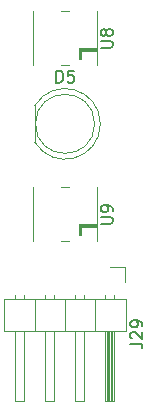
<source format=gbr>
%TF.GenerationSoftware,KiCad,Pcbnew,7.0.2-0*%
%TF.CreationDate,2023-08-02T22:41:30+09:00*%
%TF.ProjectId,line_front,6c696e65-5f66-4726-9f6e-742e6b696361,rev?*%
%TF.SameCoordinates,Original*%
%TF.FileFunction,Legend,Top*%
%TF.FilePolarity,Positive*%
%FSLAX46Y46*%
G04 Gerber Fmt 4.6, Leading zero omitted, Abs format (unit mm)*
G04 Created by KiCad (PCBNEW 7.0.2-0) date 2023-08-02 22:41:30*
%MOMM*%
%LPD*%
G01*
G04 APERTURE LIST*
%ADD10C,0.150000*%
%ADD11C,0.120000*%
%ADD12C,0.100000*%
G04 APERTURE END LIST*
D10*
%TO.C,U8*%
X155437619Y-82451904D02*
X156247142Y-82451904D01*
X156247142Y-82451904D02*
X156342380Y-82404285D01*
X156342380Y-82404285D02*
X156390000Y-82356666D01*
X156390000Y-82356666D02*
X156437619Y-82261428D01*
X156437619Y-82261428D02*
X156437619Y-82070952D01*
X156437619Y-82070952D02*
X156390000Y-81975714D01*
X156390000Y-81975714D02*
X156342380Y-81928095D01*
X156342380Y-81928095D02*
X156247142Y-81880476D01*
X156247142Y-81880476D02*
X155437619Y-81880476D01*
X155866190Y-81261428D02*
X155818571Y-81356666D01*
X155818571Y-81356666D02*
X155770952Y-81404285D01*
X155770952Y-81404285D02*
X155675714Y-81451904D01*
X155675714Y-81451904D02*
X155628095Y-81451904D01*
X155628095Y-81451904D02*
X155532857Y-81404285D01*
X155532857Y-81404285D02*
X155485238Y-81356666D01*
X155485238Y-81356666D02*
X155437619Y-81261428D01*
X155437619Y-81261428D02*
X155437619Y-81070952D01*
X155437619Y-81070952D02*
X155485238Y-80975714D01*
X155485238Y-80975714D02*
X155532857Y-80928095D01*
X155532857Y-80928095D02*
X155628095Y-80880476D01*
X155628095Y-80880476D02*
X155675714Y-80880476D01*
X155675714Y-80880476D02*
X155770952Y-80928095D01*
X155770952Y-80928095D02*
X155818571Y-80975714D01*
X155818571Y-80975714D02*
X155866190Y-81070952D01*
X155866190Y-81070952D02*
X155866190Y-81261428D01*
X155866190Y-81261428D02*
X155913809Y-81356666D01*
X155913809Y-81356666D02*
X155961428Y-81404285D01*
X155961428Y-81404285D02*
X156056666Y-81451904D01*
X156056666Y-81451904D02*
X156247142Y-81451904D01*
X156247142Y-81451904D02*
X156342380Y-81404285D01*
X156342380Y-81404285D02*
X156390000Y-81356666D01*
X156390000Y-81356666D02*
X156437619Y-81261428D01*
X156437619Y-81261428D02*
X156437619Y-81070952D01*
X156437619Y-81070952D02*
X156390000Y-80975714D01*
X156390000Y-80975714D02*
X156342380Y-80928095D01*
X156342380Y-80928095D02*
X156247142Y-80880476D01*
X156247142Y-80880476D02*
X156056666Y-80880476D01*
X156056666Y-80880476D02*
X155961428Y-80928095D01*
X155961428Y-80928095D02*
X155913809Y-80975714D01*
X155913809Y-80975714D02*
X155866190Y-81070952D01*
%TO.C,U9*%
X155437619Y-97356904D02*
X156247142Y-97356904D01*
X156247142Y-97356904D02*
X156342380Y-97309285D01*
X156342380Y-97309285D02*
X156390000Y-97261666D01*
X156390000Y-97261666D02*
X156437619Y-97166428D01*
X156437619Y-97166428D02*
X156437619Y-96975952D01*
X156437619Y-96975952D02*
X156390000Y-96880714D01*
X156390000Y-96880714D02*
X156342380Y-96833095D01*
X156342380Y-96833095D02*
X156247142Y-96785476D01*
X156247142Y-96785476D02*
X155437619Y-96785476D01*
X156437619Y-96261666D02*
X156437619Y-96071190D01*
X156437619Y-96071190D02*
X156390000Y-95975952D01*
X156390000Y-95975952D02*
X156342380Y-95928333D01*
X156342380Y-95928333D02*
X156199523Y-95833095D01*
X156199523Y-95833095D02*
X156009047Y-95785476D01*
X156009047Y-95785476D02*
X155628095Y-95785476D01*
X155628095Y-95785476D02*
X155532857Y-95833095D01*
X155532857Y-95833095D02*
X155485238Y-95880714D01*
X155485238Y-95880714D02*
X155437619Y-95975952D01*
X155437619Y-95975952D02*
X155437619Y-96166428D01*
X155437619Y-96166428D02*
X155485238Y-96261666D01*
X155485238Y-96261666D02*
X155532857Y-96309285D01*
X155532857Y-96309285D02*
X155628095Y-96356904D01*
X155628095Y-96356904D02*
X155866190Y-96356904D01*
X155866190Y-96356904D02*
X155961428Y-96309285D01*
X155961428Y-96309285D02*
X156009047Y-96261666D01*
X156009047Y-96261666D02*
X156056666Y-96166428D01*
X156056666Y-96166428D02*
X156056666Y-95975952D01*
X156056666Y-95975952D02*
X156009047Y-95880714D01*
X156009047Y-95880714D02*
X155961428Y-95833095D01*
X155961428Y-95833095D02*
X155866190Y-95785476D01*
%TO.C,D5*%
X151661905Y-85402619D02*
X151661905Y-84402619D01*
X151661905Y-84402619D02*
X151900000Y-84402619D01*
X151900000Y-84402619D02*
X152042857Y-84450238D01*
X152042857Y-84450238D02*
X152138095Y-84545476D01*
X152138095Y-84545476D02*
X152185714Y-84640714D01*
X152185714Y-84640714D02*
X152233333Y-84831190D01*
X152233333Y-84831190D02*
X152233333Y-84974047D01*
X152233333Y-84974047D02*
X152185714Y-85164523D01*
X152185714Y-85164523D02*
X152138095Y-85259761D01*
X152138095Y-85259761D02*
X152042857Y-85355000D01*
X152042857Y-85355000D02*
X151900000Y-85402619D01*
X151900000Y-85402619D02*
X151661905Y-85402619D01*
X153138095Y-84402619D02*
X152661905Y-84402619D01*
X152661905Y-84402619D02*
X152614286Y-84878809D01*
X152614286Y-84878809D02*
X152661905Y-84831190D01*
X152661905Y-84831190D02*
X152757143Y-84783571D01*
X152757143Y-84783571D02*
X152995238Y-84783571D01*
X152995238Y-84783571D02*
X153090476Y-84831190D01*
X153090476Y-84831190D02*
X153138095Y-84878809D01*
X153138095Y-84878809D02*
X153185714Y-84974047D01*
X153185714Y-84974047D02*
X153185714Y-85212142D01*
X153185714Y-85212142D02*
X153138095Y-85307380D01*
X153138095Y-85307380D02*
X153090476Y-85355000D01*
X153090476Y-85355000D02*
X152995238Y-85402619D01*
X152995238Y-85402619D02*
X152757143Y-85402619D01*
X152757143Y-85402619D02*
X152661905Y-85355000D01*
X152661905Y-85355000D02*
X152614286Y-85307380D01*
%TO.C,J29*%
X157932619Y-107499523D02*
X158646904Y-107499523D01*
X158646904Y-107499523D02*
X158789761Y-107547142D01*
X158789761Y-107547142D02*
X158885000Y-107642380D01*
X158885000Y-107642380D02*
X158932619Y-107785237D01*
X158932619Y-107785237D02*
X158932619Y-107880475D01*
X158027857Y-107070951D02*
X157980238Y-107023332D01*
X157980238Y-107023332D02*
X157932619Y-106928094D01*
X157932619Y-106928094D02*
X157932619Y-106689999D01*
X157932619Y-106689999D02*
X157980238Y-106594761D01*
X157980238Y-106594761D02*
X158027857Y-106547142D01*
X158027857Y-106547142D02*
X158123095Y-106499523D01*
X158123095Y-106499523D02*
X158218333Y-106499523D01*
X158218333Y-106499523D02*
X158361190Y-106547142D01*
X158361190Y-106547142D02*
X158932619Y-107118570D01*
X158932619Y-107118570D02*
X158932619Y-106499523D01*
X158932619Y-106023332D02*
X158932619Y-105832856D01*
X158932619Y-105832856D02*
X158885000Y-105737618D01*
X158885000Y-105737618D02*
X158837380Y-105689999D01*
X158837380Y-105689999D02*
X158694523Y-105594761D01*
X158694523Y-105594761D02*
X158504047Y-105547142D01*
X158504047Y-105547142D02*
X158123095Y-105547142D01*
X158123095Y-105547142D02*
X158027857Y-105594761D01*
X158027857Y-105594761D02*
X157980238Y-105642380D01*
X157980238Y-105642380D02*
X157932619Y-105737618D01*
X157932619Y-105737618D02*
X157932619Y-105928094D01*
X157932619Y-105928094D02*
X157980238Y-106023332D01*
X157980238Y-106023332D02*
X158027857Y-106070951D01*
X158027857Y-106070951D02*
X158123095Y-106118570D01*
X158123095Y-106118570D02*
X158361190Y-106118570D01*
X158361190Y-106118570D02*
X158456428Y-106070951D01*
X158456428Y-106070951D02*
X158504047Y-106023332D01*
X158504047Y-106023332D02*
X158551666Y-105928094D01*
X158551666Y-105928094D02*
X158551666Y-105737618D01*
X158551666Y-105737618D02*
X158504047Y-105642380D01*
X158504047Y-105642380D02*
X158456428Y-105594761D01*
X158456428Y-105594761D02*
X158361190Y-105547142D01*
D11*
%TO.C,U8*%
X152725000Y-79315000D02*
X152100000Y-79315000D01*
X149700000Y-79315000D02*
X149700000Y-83915000D01*
X155100000Y-81615000D02*
X155100000Y-79315000D01*
X155100000Y-83915000D02*
X155100000Y-81615000D01*
X152775000Y-83915000D02*
X152025000Y-83915000D01*
D12*
X155100000Y-82690000D02*
X153575000Y-82690000D01*
X153575000Y-82440000D01*
X155100000Y-82440000D01*
X155100000Y-82690000D01*
G36*
X155100000Y-82690000D02*
G01*
X153575000Y-82690000D01*
X153575000Y-82440000D01*
X155100000Y-82440000D01*
X155100000Y-82690000D01*
G37*
X153750000Y-83440000D02*
X153575000Y-83440000D01*
X153575000Y-82440000D01*
X153750000Y-82440000D01*
X153750000Y-83440000D01*
G36*
X153750000Y-83440000D02*
G01*
X153575000Y-83440000D01*
X153575000Y-82440000D01*
X153750000Y-82440000D01*
X153750000Y-83440000D01*
G37*
D11*
%TO.C,U9*%
X152725000Y-94220000D02*
X152100000Y-94220000D01*
X149700000Y-94220000D02*
X149700000Y-98820000D01*
X155100000Y-96520000D02*
X155100000Y-94220000D01*
X155100000Y-98820000D02*
X155100000Y-96520000D01*
X152775000Y-98820000D02*
X152025000Y-98820000D01*
D12*
X155100000Y-97595000D02*
X153575000Y-97595000D01*
X153575000Y-97345000D01*
X155100000Y-97345000D01*
X155100000Y-97595000D01*
G36*
X155100000Y-97595000D02*
G01*
X153575000Y-97595000D01*
X153575000Y-97345000D01*
X155100000Y-97345000D01*
X155100000Y-97595000D01*
G37*
X153750000Y-98345000D02*
X153575000Y-98345000D01*
X153575000Y-97345000D01*
X153750000Y-97345000D01*
X153750000Y-98345000D01*
G36*
X153750000Y-98345000D02*
G01*
X153575000Y-98345000D01*
X153575000Y-97345000D01*
X153750000Y-97345000D01*
X153750000Y-98345000D01*
G37*
D11*
%TO.C,D5*%
X149840000Y-87355000D02*
X149840000Y-90445000D01*
X155389999Y-88900462D02*
G75*
G03*
X149840001Y-87355170I-2989999J462D01*
G01*
X149840000Y-90444830D02*
G75*
G03*
X155390000Y-88899538I2560000J1544830D01*
G01*
X154900000Y-88900000D02*
G75*
G03*
X154900000Y-88900000I-2500000J0D01*
G01*
%TO.C,J29*%
X157470000Y-101035000D02*
X157470000Y-102305000D01*
X156200000Y-101035000D02*
X157470000Y-101035000D01*
X154040000Y-103347929D02*
X154040000Y-103745000D01*
X153280000Y-103347929D02*
X153280000Y-103745000D01*
X151500000Y-103347929D02*
X151500000Y-103745000D01*
X150740000Y-103347929D02*
X150740000Y-103745000D01*
X148960000Y-103347929D02*
X148960000Y-103745000D01*
X148200000Y-103347929D02*
X148200000Y-103745000D01*
X156580000Y-103415000D02*
X156580000Y-103745000D01*
X155820000Y-103415000D02*
X155820000Y-103745000D01*
X157530000Y-103745000D02*
X147250000Y-103745000D01*
X154930000Y-103745000D02*
X154930000Y-106405000D01*
X152390000Y-103745000D02*
X152390000Y-106405000D01*
X149850000Y-103745000D02*
X149850000Y-106405000D01*
X147250000Y-103745000D02*
X147250000Y-106405000D01*
X157530000Y-106405000D02*
X157530000Y-103745000D01*
X156580000Y-106405000D02*
X156580000Y-112405000D01*
X156520000Y-106405000D02*
X156520000Y-112405000D01*
X156400000Y-106405000D02*
X156400000Y-112405000D01*
X156280000Y-106405000D02*
X156280000Y-112405000D01*
X156160000Y-106405000D02*
X156160000Y-112405000D01*
X156040000Y-106405000D02*
X156040000Y-112405000D01*
X155920000Y-106405000D02*
X155920000Y-112405000D01*
X154040000Y-106405000D02*
X154040000Y-112405000D01*
X151500000Y-106405000D02*
X151500000Y-112405000D01*
X148960000Y-106405000D02*
X148960000Y-112405000D01*
X147250000Y-106405000D02*
X157530000Y-106405000D01*
X156580000Y-112405000D02*
X155820000Y-112405000D01*
X155820000Y-112405000D02*
X155820000Y-106405000D01*
X154040000Y-112405000D02*
X153280000Y-112405000D01*
X153280000Y-112405000D02*
X153280000Y-106405000D01*
X151500000Y-112405000D02*
X150740000Y-112405000D01*
X150740000Y-112405000D02*
X150740000Y-106405000D01*
X148960000Y-112405000D02*
X148200000Y-112405000D01*
X148200000Y-112405000D02*
X148200000Y-106405000D01*
%TD*%
M02*

</source>
